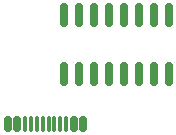
<source format=gtp>
G04 Layer: TopPasteMaskLayer*
G04 EasyEDA Pro v2.2.27.1, 2024-09-15 10:59:50*
G04 Gerber Generator version 0.3*
G04 Scale: 100 percent, Rotated: No, Reflected: No*
G04 Dimensions in millimeters*
G04 Leading zeros omitted, absolute positions, 3 integers and 5 decimals*
%TF.GenerationSoftware,KiCad,Pcbnew,8.0.5*%
%TF.CreationDate,2024-10-25T21:21:59+08:00*%
%TF.ProjectId,USB_HUB_SL2_1A,5553425f-4855-4425-9f53-4c325f31412e,rev?*%
%TF.SameCoordinates,Original*%
%TF.FileFunction,Paste,Top*%
%TF.FilePolarity,Positive*%
%FSLAX46Y46*%
G04 Gerber Fmt 4.6, Leading zero omitted, Abs format (unit mm)*
G04 Created by KiCad (PCBNEW 8.0.5) date 2024-10-25 21:21:59*
%MOMM*%
%LPD*%
G01*
G04 APERTURE LIST*
G04 Aperture macros list*
%AMRoundRect*
0 Rectangle with rounded corners*
0 $1 Rounding radius*
0 $2 $3 $4 $5 $6 $7 $8 $9 X,Y pos of 4 corners*
0 Add a 4 corners polygon primitive as box body*
4,1,4,$2,$3,$4,$5,$6,$7,$8,$9,$2,$3,0*
0 Add four circle primitives for the rounded corners*
1,1,$1+$1,$2,$3*
1,1,$1+$1,$4,$5*
1,1,$1+$1,$6,$7*
1,1,$1+$1,$8,$9*
0 Add four rect primitives between the rounded corners*
20,1,$1+$1,$2,$3,$4,$5,0*
20,1,$1+$1,$4,$5,$6,$7,0*
20,1,$1+$1,$6,$7,$8,$9,0*
20,1,$1+$1,$8,$9,$2,$3,0*%
G04 Aperture macros list end*
%ADD10RoundRect,0.150000X-0.150000X0.850000X-0.150000X-0.850000X0.150000X-0.850000X0.150000X0.850000X0*%
%ADD11RoundRect,0.150000X-0.150000X-0.500000X0.150000X-0.500000X0.150000X0.500000X-0.150000X0.500000X0*%
%ADD12RoundRect,0.075000X-0.075000X-0.575000X0.075000X-0.575000X0.075000X0.575000X-0.075000X0.575000X0*%
G04 APERTURE END LIST*
D10*
%TO.C,U1*%
X150445000Y-120000000D03*
X149175000Y-120000000D03*
X147905000Y-120000000D03*
X146635000Y-120000000D03*
X145365000Y-120000000D03*
X144095000Y-120000000D03*
X142825000Y-120000000D03*
X141555000Y-120000000D03*
X141555000Y-125000000D03*
X142825000Y-125000000D03*
X144095000Y-125000000D03*
X145365000Y-125000000D03*
X146635000Y-125000000D03*
X147905000Y-125000000D03*
X149175000Y-125000000D03*
X150445000Y-125000000D03*
%TD*%
D11*
%TO.C,USB2*%
X136800000Y-129255000D03*
X137600000Y-129255000D03*
D12*
X138750000Y-129255000D03*
X139750000Y-129255000D03*
X140250000Y-129255000D03*
X141250000Y-129255000D03*
D11*
X142400000Y-129255000D03*
X143200000Y-129255000D03*
X143200000Y-129255000D03*
X142400000Y-129255000D03*
D12*
X141750000Y-129255000D03*
X140750000Y-129255000D03*
X139250000Y-129255000D03*
X138250000Y-129255000D03*
D11*
X137600000Y-129255000D03*
X136800000Y-129255000D03*
%TD*%
M02*

</source>
